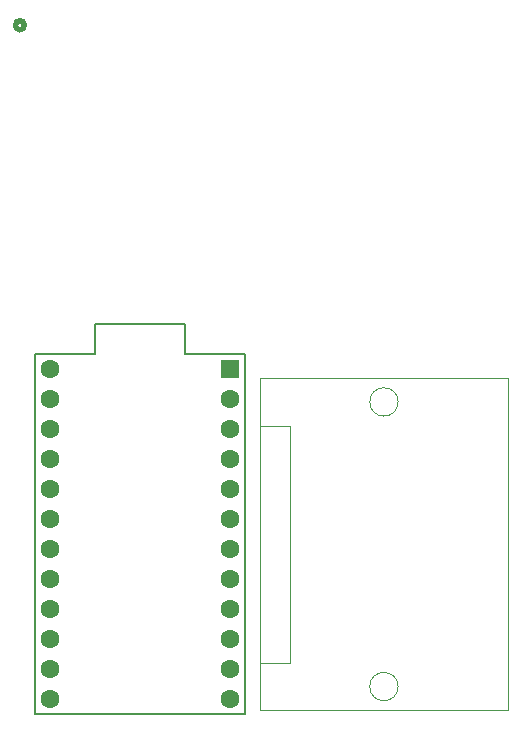
<source format=gbr>
%TF.GenerationSoftware,KiCad,Pcbnew,9.0.1*%
%TF.CreationDate,2026-01-07T21:00:54-05:00*%
%TF.ProjectId,mouse-micro,6d6f7573-652d-46d6-9963-726f2e6b6963,rev?*%
%TF.SameCoordinates,Original*%
%TF.FileFunction,Legend,Bot*%
%TF.FilePolarity,Positive*%
%FSLAX46Y46*%
G04 Gerber Fmt 4.6, Leading zero omitted, Abs format (unit mm)*
G04 Created by KiCad (PCBNEW 9.0.1) date 2026-01-07 21:00:54*
%MOMM*%
%LPD*%
G01*
G04 APERTURE LIST*
%ADD10C,0.100000*%
%ADD11C,0.150000*%
%ADD12C,0.508000*%
%ADD13C,1.600000*%
%ADD14R,1.600000X1.600000*%
G04 APERTURE END LIST*
D10*
%TO.C,Sensor1*%
X156480000Y-98520000D02*
G75*
G02*
X154080000Y-98520000I-1200000J0D01*
G01*
X154080000Y-98520000D02*
G75*
G02*
X156480000Y-98520000I1200000J0D01*
G01*
X156480000Y-122620000D02*
G75*
G02*
X154080000Y-122620000I-1200000J0D01*
G01*
X154080000Y-122620000D02*
G75*
G02*
X156480000Y-122620000I1200000J0D01*
G01*
X144780000Y-120620000D02*
X147320000Y-120620000D01*
X147320000Y-100520000D01*
X144780000Y-100520000D01*
X144780000Y-120620000D01*
X144780000Y-124620000D02*
X165780000Y-124620000D01*
X165780000Y-96520000D01*
X144780000Y-96520000D01*
X144780000Y-124620000D01*
D11*
%TO.C,U1*%
X125730000Y-124916087D02*
X143510000Y-124916087D01*
X125730000Y-94436087D02*
X125730000Y-124916087D01*
X130810000Y-94436087D02*
X125730000Y-94436087D01*
X130810000Y-91896087D02*
X130810000Y-94436087D01*
X138430000Y-94436087D02*
X138430000Y-91896087D01*
X138430000Y-91896087D02*
X130810000Y-91896087D01*
X143510000Y-94436087D02*
X138430000Y-94436087D01*
X143510000Y-94436087D02*
X143510000Y-124916087D01*
D12*
%TO.C,J1*%
X124841000Y-66624200D02*
G75*
G02*
X124079000Y-66624200I-381000J0D01*
G01*
X124079000Y-66624200D02*
G75*
G02*
X124841000Y-66624200I381000J0D01*
G01*
%TD*%
D13*
%TO.C,U1*%
X127000000Y-95706087D03*
X127000000Y-98246087D03*
X127000000Y-100786087D03*
X127000000Y-103326087D03*
X127000000Y-105866087D03*
X127000000Y-108406087D03*
X127000000Y-110946087D03*
X127000000Y-113486087D03*
X127000000Y-116026087D03*
X127000000Y-118566087D03*
X127000000Y-121106087D03*
X127000000Y-123646087D03*
X142240000Y-123646087D03*
X142240000Y-121106087D03*
X142240000Y-118566087D03*
X142240000Y-116026087D03*
X142240000Y-113486087D03*
X142240000Y-110946087D03*
X142240000Y-108406087D03*
X142240000Y-105866087D03*
X142240000Y-103326087D03*
X142240000Y-100786087D03*
X142240000Y-98246087D03*
D14*
X142240000Y-95706087D03*
%TD*%
M02*

</source>
